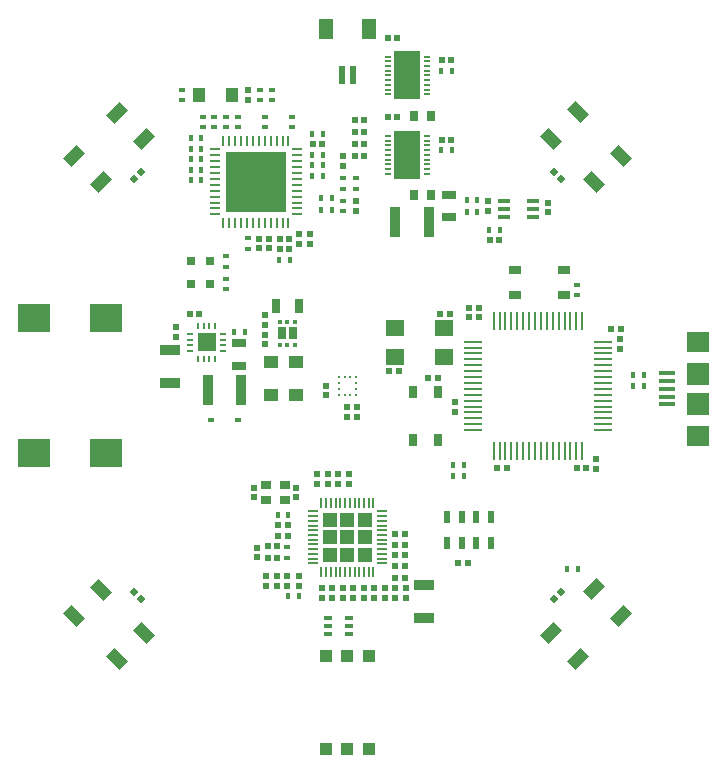
<source format=gtp>
G04 Layer_Color=8421504*
%FSAX25Y25*%
%MOIN*%
G70*
G01*
G75*
%ADD10R,0.20276X0.20276*%
%ADD11R,0.03347X0.00984*%
%ADD12R,0.00984X0.03347*%
%ADD13R,0.03543X0.00787*%
%ADD15R,0.00787X0.03543*%
%ADD16R,0.03543X0.03150*%
%ADD17R,0.02362X0.04331*%
%ADD18R,0.02047X0.01969*%
%ADD19R,0.02756X0.03543*%
%ADD20R,0.01772X0.02165*%
%ADD21R,0.01969X0.02047*%
%ADD22R,0.02165X0.01772*%
%ADD23R,0.02362X0.00787*%
%ADD24R,0.08661X0.15945*%
%ADD25R,0.05118X0.02756*%
%ADD26R,0.03740X0.10236*%
%ADD27R,0.03740X0.09843*%
%ADD28R,0.04134X0.01772*%
%ADD29R,0.00984X0.00984*%
%ADD30R,0.06693X0.03740*%
%ADD31R,0.03150X0.01181*%
%ADD32O,0.00984X0.06102*%
%ADD33O,0.06102X0.00984*%
%ADD34R,0.06300X0.05500*%
%ADD35R,0.02559X0.03937*%
%ADD36R,0.03937X0.02559*%
G04:AMPARAMS|DCode=37|XSize=19.69mil|YSize=20.47mil|CornerRadius=0mil|HoleSize=0mil|Usage=FLASHONLY|Rotation=315.000|XOffset=0mil|YOffset=0mil|HoleType=Round|Shape=Rectangle|*
%AMROTATEDRECTD37*
4,1,4,-0.01420,-0.00028,0.00028,0.01420,0.01420,0.00028,-0.00028,-0.01420,-0.01420,-0.00028,0.0*
%
%ADD37ROTATEDRECTD37*%

G04:AMPARAMS|DCode=38|XSize=19.69mil|YSize=20.47mil|CornerRadius=0mil|HoleSize=0mil|Usage=FLASHONLY|Rotation=225.000|XOffset=0mil|YOffset=0mil|HoleType=Round|Shape=Rectangle|*
%AMROTATEDRECTD38*
4,1,4,-0.00028,0.01420,0.01420,-0.00028,0.00028,-0.01420,-0.01420,0.00028,-0.00028,0.01420,0.0*
%
%ADD38ROTATEDRECTD38*%

%ADD39R,0.04331X0.04803*%
%ADD40R,0.04724X0.07087*%
%ADD41R,0.02362X0.06102*%
%ADD42R,0.01181X0.01772*%
%ADD44R,0.02756X0.05118*%
%ADD45R,0.04803X0.04331*%
%ADD46R,0.01969X0.01772*%
%ADD48R,0.00984X0.02362*%
%ADD49R,0.02362X0.00984*%
%ADD50R,0.02756X0.03150*%
%ADD51R,0.05600X0.01400*%
%ADD52R,0.07500X0.07100*%
%ADD53R,0.07500X0.07500*%
%ADD54R,0.11100X0.09500*%
G04:AMPARAMS|DCode=55|XSize=65mil|YSize=40mil|CornerRadius=0mil|HoleSize=0mil|Usage=FLASHONLY|Rotation=45.000|XOffset=0mil|YOffset=0mil|HoleType=Round|Shape=Rectangle|*
%AMROTATEDRECTD55*
4,1,4,-0.00884,-0.03712,-0.03712,-0.00884,0.00884,0.03712,0.03712,0.00884,-0.00884,-0.03712,0.0*
%
%ADD55ROTATEDRECTD55*%

G04:AMPARAMS|DCode=56|XSize=65mil|YSize=40mil|CornerRadius=0mil|HoleSize=0mil|Usage=FLASHONLY|Rotation=315.000|XOffset=0mil|YOffset=0mil|HoleType=Round|Shape=Rectangle|*
%AMROTATEDRECTD56*
4,1,4,-0.03712,0.00884,-0.00884,0.03712,0.03712,-0.00884,0.00884,-0.03712,-0.03712,0.00884,0.0*
%
%ADD56ROTATEDRECTD56*%

%ADD57R,0.04331X0.04331*%
%ADD80R,0.05118X0.05118*%
G04:AMPARAMS|DCode=81|XSize=39.37mil|YSize=27.56mil|CornerRadius=1.93mil|HoleSize=0mil|Usage=FLASHONLY|Rotation=270.000|XOffset=0mil|YOffset=0mil|HoleType=Round|Shape=RoundedRectangle|*
%AMROUNDEDRECTD81*
21,1,0.03937,0.02370,0,0,270.0*
21,1,0.03551,0.02756,0,0,270.0*
1,1,0.00386,-0.01185,-0.01776*
1,1,0.00386,-0.01185,0.01776*
1,1,0.00386,0.01185,0.01776*
1,1,0.00386,0.01185,-0.01776*
%
%ADD81ROUNDEDRECTD81*%
G04:AMPARAMS|DCode=82|XSize=61.02mil|YSize=61.02mil|CornerRadius=1.83mil|HoleSize=0mil|Usage=FLASHONLY|Rotation=180.000|XOffset=0mil|YOffset=0mil|HoleType=Round|Shape=RoundedRectangle|*
%AMROUNDEDRECTD82*
21,1,0.06102,0.05736,0,0,180.0*
21,1,0.05736,0.06102,0,0,180.0*
1,1,0.00366,-0.02868,0.02868*
1,1,0.00366,0.02868,0.02868*
1,1,0.00366,0.02868,-0.02868*
1,1,0.00366,-0.02868,-0.02868*
%
%ADD82ROUNDEDRECTD82*%
D10*
X0365500Y0381500D02*
D03*
D11*
X0379181Y0392327D02*
D03*
Y0390358D02*
D03*
Y0388390D02*
D03*
Y0386421D02*
D03*
Y0384453D02*
D03*
Y0382484D02*
D03*
Y0380516D02*
D03*
Y0378547D02*
D03*
Y0376579D02*
D03*
Y0374610D02*
D03*
Y0372642D02*
D03*
Y0370673D02*
D03*
X0351819D02*
D03*
Y0372642D02*
D03*
Y0374610D02*
D03*
Y0376579D02*
D03*
Y0378547D02*
D03*
Y0380516D02*
D03*
Y0382484D02*
D03*
Y0384453D02*
D03*
Y0386421D02*
D03*
Y0388390D02*
D03*
Y0390358D02*
D03*
Y0392327D02*
D03*
D12*
X0376327Y0367819D02*
D03*
X0374358D02*
D03*
X0372390D02*
D03*
X0370421D02*
D03*
X0368453D02*
D03*
X0366484D02*
D03*
X0364516D02*
D03*
X0362547D02*
D03*
X0360579D02*
D03*
X0358610D02*
D03*
X0356642D02*
D03*
X0354673D02*
D03*
Y0395181D02*
D03*
X0356642D02*
D03*
X0358610D02*
D03*
X0360579D02*
D03*
X0362547D02*
D03*
X0364516D02*
D03*
X0366484D02*
D03*
X0368453D02*
D03*
X0370421D02*
D03*
X0372390D02*
D03*
X0374358D02*
D03*
X0376327D02*
D03*
D13*
X0384386Y0271661D02*
D03*
Y0268512D02*
D03*
Y0265362D02*
D03*
Y0262213D02*
D03*
Y0259063D02*
D03*
Y0255913D02*
D03*
Y0254339D02*
D03*
Y0257488D02*
D03*
Y0260638D02*
D03*
Y0263787D02*
D03*
Y0266937D02*
D03*
Y0270087D02*
D03*
X0407614Y0255913D02*
D03*
Y0259063D02*
D03*
Y0262213D02*
D03*
Y0265362D02*
D03*
Y0268512D02*
D03*
Y0271661D02*
D03*
Y0270087D02*
D03*
Y0266937D02*
D03*
Y0263787D02*
D03*
Y0260638D02*
D03*
Y0257488D02*
D03*
Y0254339D02*
D03*
D15*
X0388913Y0251386D02*
D03*
X0392063D02*
D03*
X0395213D02*
D03*
X0398362D02*
D03*
X0401512D02*
D03*
X0404661D02*
D03*
X0403087D02*
D03*
X0399937D02*
D03*
X0396787D02*
D03*
X0393638D02*
D03*
X0390488D02*
D03*
X0387339D02*
D03*
X0403087Y0274614D02*
D03*
X0399937D02*
D03*
X0396787D02*
D03*
X0393638D02*
D03*
X0390488D02*
D03*
X0387339D02*
D03*
X0388913D02*
D03*
X0392063D02*
D03*
X0395213D02*
D03*
X0398362D02*
D03*
X0401512D02*
D03*
X0404661D02*
D03*
D16*
X0368850Y0280559D02*
D03*
X0375150D02*
D03*
Y0275441D02*
D03*
X0368850D02*
D03*
D17*
X0434079Y0269661D02*
D03*
X0439000D02*
D03*
X0429157D02*
D03*
X0443921D02*
D03*
Y0261000D02*
D03*
X0429157D02*
D03*
X0439000D02*
D03*
X0434079D02*
D03*
D18*
X0432000Y0308114D02*
D03*
Y0304886D02*
D03*
X0394500Y0386886D02*
D03*
Y0390114D02*
D03*
X0399000Y0371886D02*
D03*
Y0375114D02*
D03*
X0443000D02*
D03*
Y0371886D02*
D03*
X0389000Y0313614D02*
D03*
Y0310386D02*
D03*
X0396500Y0280886D02*
D03*
Y0284114D02*
D03*
X0393000D02*
D03*
Y0280886D02*
D03*
X0389500Y0284114D02*
D03*
Y0280886D02*
D03*
X0386000D02*
D03*
Y0284114D02*
D03*
X0379000Y0276386D02*
D03*
Y0279614D02*
D03*
X0365000D02*
D03*
Y0276386D02*
D03*
X0366000Y0259614D02*
D03*
Y0256386D02*
D03*
X0380000Y0246886D02*
D03*
Y0250114D02*
D03*
X0376000Y0246886D02*
D03*
Y0250114D02*
D03*
X0372500Y0246886D02*
D03*
Y0250114D02*
D03*
X0369000Y0246886D02*
D03*
Y0250114D02*
D03*
X0415500Y0242886D02*
D03*
Y0246114D02*
D03*
X0412000Y0242886D02*
D03*
Y0246114D02*
D03*
X0408500Y0242886D02*
D03*
Y0246114D02*
D03*
X0405000Y0242886D02*
D03*
Y0246114D02*
D03*
X0401500Y0242886D02*
D03*
Y0246114D02*
D03*
X0398000Y0242886D02*
D03*
Y0246114D02*
D03*
X0394500Y0242886D02*
D03*
Y0246114D02*
D03*
X0391000Y0242886D02*
D03*
Y0246114D02*
D03*
X0387500Y0242886D02*
D03*
Y0246114D02*
D03*
X0479000Y0285886D02*
D03*
Y0289114D02*
D03*
X0440000Y0339614D02*
D03*
Y0336386D02*
D03*
X0436500Y0339614D02*
D03*
Y0336386D02*
D03*
X0487000Y0329114D02*
D03*
Y0325886D02*
D03*
X0463000Y0371386D02*
D03*
Y0374614D02*
D03*
X0380000Y0364114D02*
D03*
Y0360886D02*
D03*
X0383500Y0364114D02*
D03*
Y0360886D02*
D03*
X0370000Y0359386D02*
D03*
Y0362614D02*
D03*
X0366500Y0359386D02*
D03*
Y0362614D02*
D03*
X0363000Y0408886D02*
D03*
Y0412114D02*
D03*
X0368500Y0333886D02*
D03*
Y0337114D02*
D03*
Y0330614D02*
D03*
Y0327386D02*
D03*
X0339000Y0333114D02*
D03*
Y0329886D02*
D03*
D19*
X0418244Y0403500D02*
D03*
X0423756D02*
D03*
X0418244Y0377000D02*
D03*
X0423756D02*
D03*
D20*
X0387772Y0383500D02*
D03*
X0384228D02*
D03*
Y0387000D02*
D03*
X0387772D02*
D03*
Y0390500D02*
D03*
X0384228D02*
D03*
Y0397500D02*
D03*
X0387772D02*
D03*
X0387228Y0376000D02*
D03*
X0390772D02*
D03*
X0387228Y0372000D02*
D03*
X0390772D02*
D03*
X0427228Y0418500D02*
D03*
X0430772D02*
D03*
Y0392000D02*
D03*
X0427228D02*
D03*
X0435728Y0375500D02*
D03*
X0439272D02*
D03*
X0435728Y0371500D02*
D03*
X0439272D02*
D03*
X0372728Y0270500D02*
D03*
X0376272D02*
D03*
X0376228Y0243500D02*
D03*
X0379772D02*
D03*
X0431228Y0287000D02*
D03*
X0434772D02*
D03*
X0431228Y0283500D02*
D03*
X0434772D02*
D03*
X0494772Y0317000D02*
D03*
X0491228D02*
D03*
X0494772Y0313500D02*
D03*
X0491228D02*
D03*
X0446772Y0365500D02*
D03*
X0443228D02*
D03*
X0472772Y0252500D02*
D03*
X0469228D02*
D03*
X0376772Y0355500D02*
D03*
X0373228D02*
D03*
X0347272Y0396000D02*
D03*
X0343728D02*
D03*
X0347272Y0392500D02*
D03*
X0343728D02*
D03*
Y0389000D02*
D03*
X0347272D02*
D03*
X0343728Y0385500D02*
D03*
X0347272D02*
D03*
X0343728Y0382000D02*
D03*
X0347272D02*
D03*
X0358228Y0331500D02*
D03*
X0361772D02*
D03*
D21*
X0387614Y0394000D02*
D03*
X0384386D02*
D03*
X0398386Y0402000D02*
D03*
X0401614D02*
D03*
X0398386Y0398000D02*
D03*
X0401614D02*
D03*
X0398386Y0394000D02*
D03*
X0401614D02*
D03*
X0398386Y0390000D02*
D03*
X0401614D02*
D03*
X0412614Y0403000D02*
D03*
X0409386D02*
D03*
X0412614Y0429500D02*
D03*
X0409386D02*
D03*
X0430614Y0422000D02*
D03*
X0427386D02*
D03*
Y0395500D02*
D03*
X0430614D02*
D03*
X0399114Y0306500D02*
D03*
X0395886D02*
D03*
X0399114Y0303000D02*
D03*
X0395886D02*
D03*
X0372886Y0267000D02*
D03*
X0376114D02*
D03*
X0372886Y0263500D02*
D03*
X0376114D02*
D03*
X0369386Y0260000D02*
D03*
X0372614D02*
D03*
X0369386Y0256000D02*
D03*
X0372614D02*
D03*
X0411886Y0264000D02*
D03*
X0415114D02*
D03*
Y0260500D02*
D03*
X0411886D02*
D03*
X0415114Y0257000D02*
D03*
X0411886D02*
D03*
X0415114Y0253500D02*
D03*
X0411886D02*
D03*
X0415114Y0249500D02*
D03*
X0411886D02*
D03*
X0436114Y0254500D02*
D03*
X0432886D02*
D03*
X0445886Y0286000D02*
D03*
X0449114D02*
D03*
X0475614D02*
D03*
X0472386D02*
D03*
X0487114Y0332500D02*
D03*
X0483886D02*
D03*
X0430114Y0337500D02*
D03*
X0426886D02*
D03*
X0409886Y0318500D02*
D03*
X0413114D02*
D03*
X0422886Y0316000D02*
D03*
X0426114D02*
D03*
X0446614Y0362000D02*
D03*
X0443386D02*
D03*
X0373386Y0362500D02*
D03*
X0376614D02*
D03*
X0373386Y0359000D02*
D03*
X0376614D02*
D03*
X0346614Y0337500D02*
D03*
X0343386D02*
D03*
D22*
X0399000Y0379228D02*
D03*
Y0382772D02*
D03*
X0394500Y0379228D02*
D03*
Y0382772D02*
D03*
Y0371728D02*
D03*
Y0375272D02*
D03*
X0376000Y0256228D02*
D03*
Y0259772D02*
D03*
X0472500Y0347272D02*
D03*
Y0343728D02*
D03*
X0363000Y0359228D02*
D03*
Y0362772D02*
D03*
X0341000Y0408728D02*
D03*
Y0412272D02*
D03*
X0377383Y0399728D02*
D03*
Y0403272D02*
D03*
X0371000Y0412272D02*
D03*
Y0408728D02*
D03*
X0367000D02*
D03*
Y0412272D02*
D03*
X0368500Y0403272D02*
D03*
Y0399728D02*
D03*
X0351500D02*
D03*
Y0403272D02*
D03*
X0359500Y0399728D02*
D03*
Y0403272D02*
D03*
X0355500Y0399728D02*
D03*
Y0403272D02*
D03*
X0348000Y0399728D02*
D03*
Y0403272D02*
D03*
X0355500Y0345728D02*
D03*
Y0349272D02*
D03*
Y0356772D02*
D03*
Y0353228D02*
D03*
D23*
X0409524Y0396799D02*
D03*
Y0395224D02*
D03*
Y0393650D02*
D03*
Y0392075D02*
D03*
Y0390500D02*
D03*
Y0388925D02*
D03*
Y0387350D02*
D03*
Y0385776D02*
D03*
Y0384201D02*
D03*
X0422476Y0396799D02*
D03*
Y0395224D02*
D03*
Y0393650D02*
D03*
Y0392075D02*
D03*
Y0390500D02*
D03*
Y0388925D02*
D03*
Y0387350D02*
D03*
Y0385776D02*
D03*
Y0384201D02*
D03*
X0409524Y0423299D02*
D03*
Y0421724D02*
D03*
Y0420150D02*
D03*
Y0418575D02*
D03*
Y0417000D02*
D03*
Y0415425D02*
D03*
Y0413850D02*
D03*
Y0412276D02*
D03*
Y0410701D02*
D03*
X0422476Y0423299D02*
D03*
Y0421724D02*
D03*
Y0420150D02*
D03*
Y0418575D02*
D03*
Y0417000D02*
D03*
Y0415425D02*
D03*
Y0413850D02*
D03*
Y0412276D02*
D03*
Y0410701D02*
D03*
D24*
X0416000Y0390500D02*
D03*
Y0417000D02*
D03*
D25*
X0430000Y0377240D02*
D03*
Y0369760D02*
D03*
X0360000Y0327740D02*
D03*
Y0320260D02*
D03*
D26*
X0423012Y0368000D02*
D03*
X0349488Y0312000D02*
D03*
D27*
X0411988Y0368000D02*
D03*
X0360512Y0312000D02*
D03*
D28*
X0457823Y0369941D02*
D03*
Y0372500D02*
D03*
Y0375059D02*
D03*
X0448177D02*
D03*
Y0372500D02*
D03*
Y0369941D02*
D03*
D29*
X0398953Y0310547D02*
D03*
X0396984D02*
D03*
X0395016D02*
D03*
X0393047D02*
D03*
X0398953Y0312516D02*
D03*
X0393047D02*
D03*
X0398953Y0314484D02*
D03*
X0393047D02*
D03*
X0398953Y0316453D02*
D03*
X0396984D02*
D03*
X0395016D02*
D03*
X0393047D02*
D03*
D30*
X0421500Y0247012D02*
D03*
Y0235988D02*
D03*
X0337000Y0325512D02*
D03*
Y0314488D02*
D03*
D31*
X0396543Y0230941D02*
D03*
Y0233500D02*
D03*
Y0236059D02*
D03*
X0389457D02*
D03*
Y0233500D02*
D03*
Y0230941D02*
D03*
D32*
X0444736Y0335252D02*
D03*
X0446705D02*
D03*
X0448673D02*
D03*
X0450642D02*
D03*
X0452610D02*
D03*
X0454579D02*
D03*
X0456547D02*
D03*
X0458516D02*
D03*
X0460484D02*
D03*
X0462453D02*
D03*
X0464421D02*
D03*
X0466390D02*
D03*
X0468358D02*
D03*
X0470327D02*
D03*
X0472295D02*
D03*
X0474264D02*
D03*
Y0291748D02*
D03*
X0472295D02*
D03*
X0470327D02*
D03*
X0468358D02*
D03*
X0466390D02*
D03*
X0464421D02*
D03*
X0462453D02*
D03*
X0460484D02*
D03*
X0458516D02*
D03*
X0456547D02*
D03*
X0454579D02*
D03*
X0452610D02*
D03*
X0450642D02*
D03*
X0448673D02*
D03*
X0446705D02*
D03*
X0444736D02*
D03*
D33*
X0481252Y0328264D02*
D03*
Y0326295D02*
D03*
Y0324327D02*
D03*
Y0322358D02*
D03*
Y0320390D02*
D03*
Y0318421D02*
D03*
Y0316453D02*
D03*
Y0314484D02*
D03*
Y0312516D02*
D03*
Y0310547D02*
D03*
Y0308579D02*
D03*
Y0306610D02*
D03*
Y0304642D02*
D03*
Y0302673D02*
D03*
Y0300705D02*
D03*
Y0298736D02*
D03*
X0437748D02*
D03*
Y0300705D02*
D03*
Y0302673D02*
D03*
Y0304642D02*
D03*
Y0306610D02*
D03*
Y0308579D02*
D03*
Y0310547D02*
D03*
Y0312516D02*
D03*
Y0314484D02*
D03*
Y0316453D02*
D03*
Y0318421D02*
D03*
Y0320390D02*
D03*
Y0322358D02*
D03*
Y0324327D02*
D03*
Y0326295D02*
D03*
Y0328264D02*
D03*
D34*
X0411850Y0323250D02*
D03*
X0428150D02*
D03*
Y0332750D02*
D03*
X0411850D02*
D03*
D35*
X0417866Y0295429D02*
D03*
X0426134D02*
D03*
X0417866Y0311571D02*
D03*
X0426134D02*
D03*
D36*
X0451929Y0352134D02*
D03*
Y0343866D02*
D03*
X0468071Y0352134D02*
D03*
Y0343866D02*
D03*
D37*
X0464859Y0384641D02*
D03*
X0467141Y0382359D02*
D03*
X0327141Y0242359D02*
D03*
X0324859Y0244641D02*
D03*
D38*
X0467141D02*
D03*
X0464859Y0242359D02*
D03*
X0324859Y0382359D02*
D03*
X0327141Y0384641D02*
D03*
D39*
X0357512Y0410500D02*
D03*
X0346488D02*
D03*
D40*
X0403087Y0432500D02*
D03*
X0388913D02*
D03*
D41*
X0397969Y0417244D02*
D03*
X0394032D02*
D03*
D42*
X0378559Y0334839D02*
D03*
X0376000D02*
D03*
X0373441D02*
D03*
Y0327161D02*
D03*
X0376000D02*
D03*
X0378559D02*
D03*
D44*
X0379740Y0340000D02*
D03*
X0372260D02*
D03*
D45*
X0379000Y0321512D02*
D03*
Y0310488D02*
D03*
X0370500Y0321512D02*
D03*
Y0310488D02*
D03*
D46*
X0350374Y0302000D02*
D03*
X0359626D02*
D03*
D48*
X0351965Y0322472D02*
D03*
X0349996D02*
D03*
X0348028D02*
D03*
X0346059D02*
D03*
Y0333496D02*
D03*
X0348028D02*
D03*
X0349996D02*
D03*
X0351965D02*
D03*
D49*
X0343500Y0325031D02*
D03*
Y0327000D02*
D03*
Y0328969D02*
D03*
Y0330937D02*
D03*
X0354524D02*
D03*
Y0328969D02*
D03*
Y0327000D02*
D03*
Y0325031D02*
D03*
D50*
X0343850Y0355000D02*
D03*
X0350150D02*
D03*
X0343850Y0347500D02*
D03*
X0350150D02*
D03*
D51*
X0502500Y0307382D02*
D03*
Y0317700D02*
D03*
Y0309941D02*
D03*
Y0312500D02*
D03*
Y0315100D02*
D03*
D52*
X0513000Y0296752D02*
D03*
Y0328300D02*
D03*
D53*
Y0307500D02*
D03*
Y0317500D02*
D03*
D54*
X0315600Y0291059D02*
D03*
Y0336000D02*
D03*
X0291500Y0291059D02*
D03*
Y0336000D02*
D03*
D55*
X0472780Y0222372D02*
D03*
X0487167Y0236758D02*
D03*
X0478258Y0245667D02*
D03*
X0463871Y0231281D02*
D03*
X0319220Y0404628D02*
D03*
X0304833Y0390242D02*
D03*
X0313742Y0381333D02*
D03*
X0328129Y0395719D02*
D03*
D56*
X0304872Y0236720D02*
D03*
X0319258Y0222333D02*
D03*
X0328167Y0231242D02*
D03*
X0313781Y0245629D02*
D03*
X0487128Y0390280D02*
D03*
X0472742Y0404667D02*
D03*
X0463833Y0395758D02*
D03*
X0478219Y0381371D02*
D03*
D57*
X0396000Y0192449D02*
D03*
X0403087D02*
D03*
Y0223551D02*
D03*
X0396000D02*
D03*
X0388913D02*
D03*
Y0192449D02*
D03*
D80*
X0396000Y0263000D02*
D03*
X0390291Y0268709D02*
D03*
Y0257291D02*
D03*
X0401709Y0257291D02*
D03*
X0401709Y0268709D02*
D03*
Y0263000D02*
D03*
X0390291D02*
D03*
X0396000Y0268709D02*
D03*
Y0257291D02*
D03*
D81*
X0377772Y0331000D02*
D03*
X0374228D02*
D03*
D82*
X0349012Y0327984D02*
D03*
M02*

</source>
